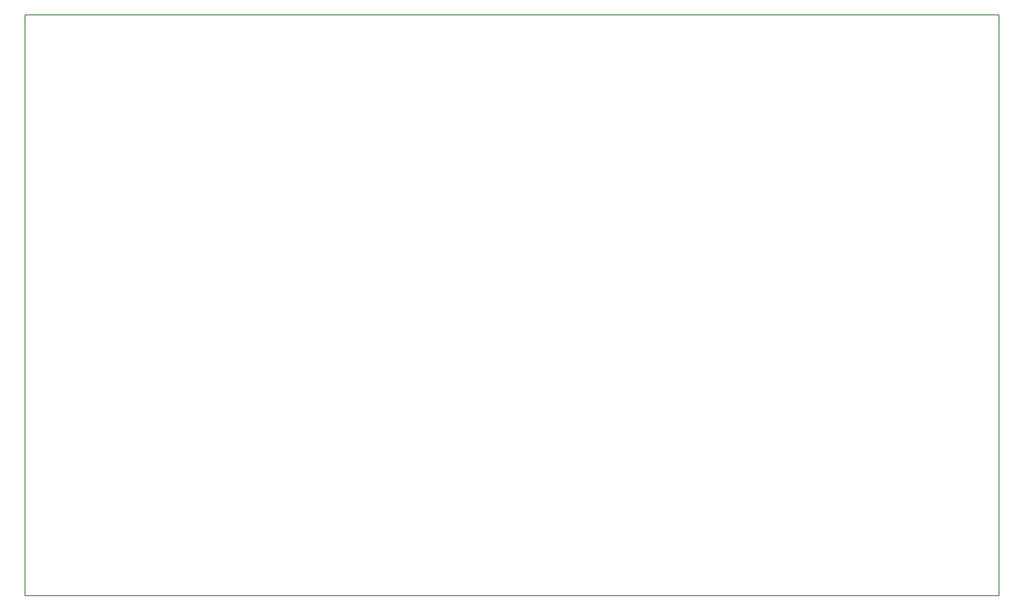
<source format=gbo>
G04 MADE WITH FRITZING*
G04 WWW.FRITZING.ORG*
G04 DOUBLE SIDED*
G04 HOLES PLATED*
G04 CONTOUR ON CENTER OF CONTOUR VECTOR*
%ASAXBY*%
%FSLAX23Y23*%
%MOIN*%
%OFA0B0*%
%SFA1.0B1.0*%
%ADD10R,6.761820X4.039180X6.745820X4.023180*%
%ADD11C,0.008000*%
%LNSILK0*%
G90*
G70*
G54D11*
X4Y4035D02*
X6758Y4035D01*
X6758Y4D01*
X4Y4D01*
X4Y4035D01*
D02*
G04 End of Silk0*
M02*
</source>
